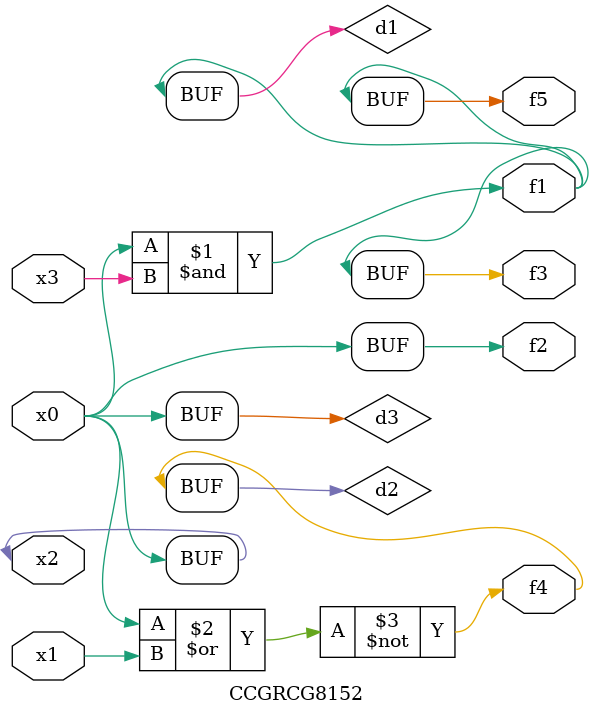
<source format=v>
module CCGRCG8152(
	input x0, x1, x2, x3,
	output f1, f2, f3, f4, f5
);

	wire d1, d2, d3;

	and (d1, x2, x3);
	nor (d2, x0, x1);
	buf (d3, x0, x2);
	assign f1 = d1;
	assign f2 = d3;
	assign f3 = d1;
	assign f4 = d2;
	assign f5 = d1;
endmodule

</source>
